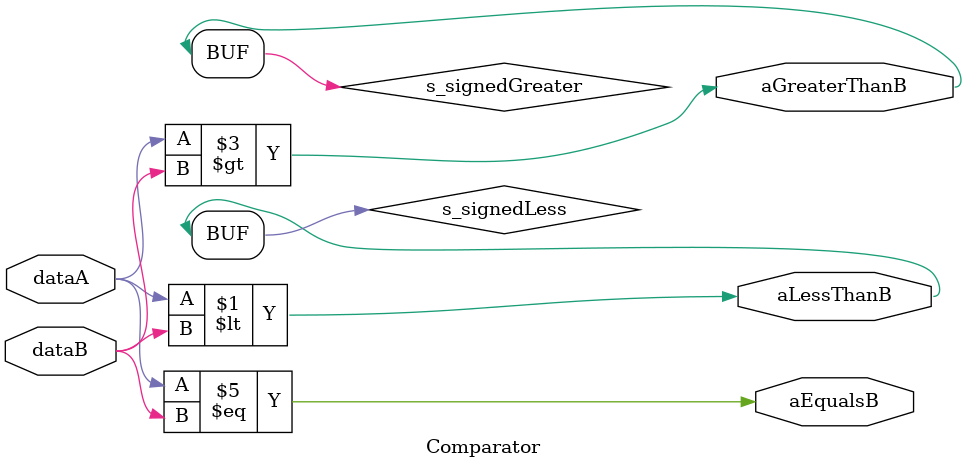
<source format=v>
/******************************************************************************
**
Logisim-evolution
goes
FPGA
automatic
generated
Verilog
code
**
**
https://github.com/logisim-evolution/
**
**
**
**
Component
:
Comparator
**
**
**
*****************************************************************************/
module
Comparator(
aEqualsB,
aGreaterThanB,
aLessThanB,
dataA,
dataB
);
/*******************************************************************************
**
Here
all
module
parameters
are
defined
with
a
dummy
value
**
*******************************************************************************/
parameter
nrOfBits
=
1;
parameter
twosComplement
=
1;
/*******************************************************************************
**
The
inputs
are
defined
here
**
*******************************************************************************/
input
[nrOfBits-1:0]
dataA;
input
[nrOfBits-1:0]
dataB;
/*******************************************************************************
**
The
outputs
are
defined
here
**
*******************************************************************************/
output
aEqualsB;
output
aGreaterThanB;
output
aLessThanB;
/*******************************************************************************
**
The
wires
are
defined
here
**
*******************************************************************************/
wire
s_signedGreater;
wire
s_signedLess;
wire
s_unsignedGreater;
wire
s_unsignedLess;
/*******************************************************************************
**
The
module
functionality
is
described
here
**
*******************************************************************************/
assign
s_signedLess
=
($signed(dataA)
<
$signed(dataB));
assign
s_unsignedLess
=
(dataA
<
dataB);
assign
s_signedGreater
=
($signed(dataA)
>
$signed(dataB));
assign
s_unsignedGreater
=
(dataA
>
dataB);
assign
aEqualsB
=
(dataA
==
dataB);
assign
aGreaterThanB
=
(twosComplement==1)
?
s_signedGreater
:
s_unsignedGreater;
assign
aLessThanB
=
(twosComplement==1)
?
s_signedLess
:
s_unsignedLess;
endmodule
</source>
